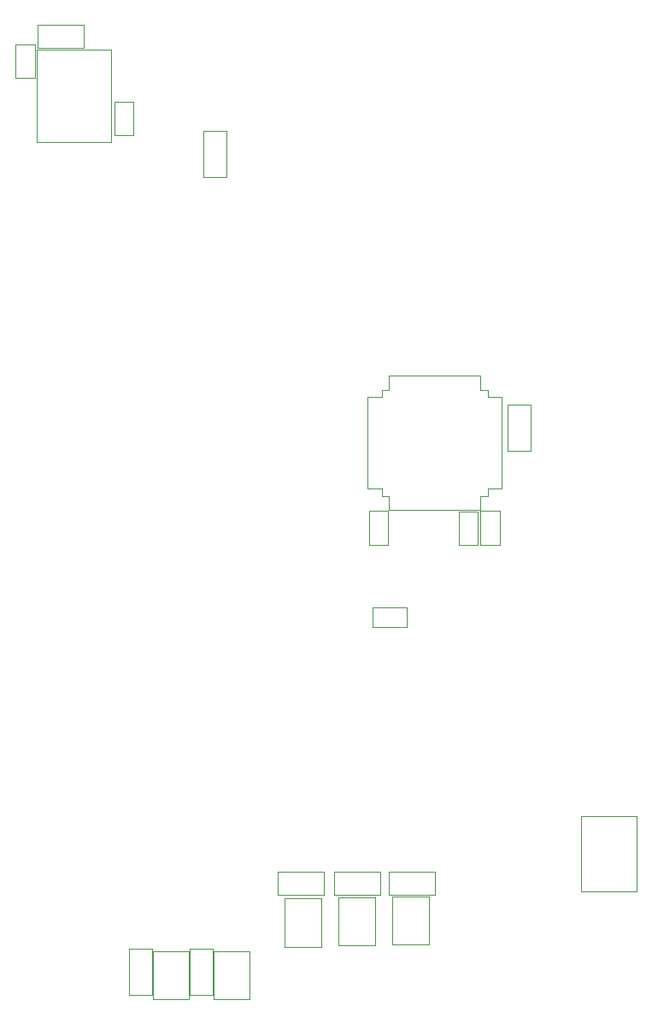
<source format=gbr>
%TF.GenerationSoftware,KiCad,Pcbnew,7.0.11-7.0.11~ubuntu22.04.1*%
%TF.CreationDate,2024-11-07T21:46:57-05:00*%
%TF.ProjectId,coleco_original,636f6c65-636f-45f6-9f72-6967696e616c,DEV*%
%TF.SameCoordinates,Original*%
%TF.FileFunction,Other,User*%
%FSLAX46Y46*%
G04 Gerber Fmt 4.6, Leading zero omitted, Abs format (unit mm)*
G04 Created by KiCad (PCBNEW 7.0.11-7.0.11~ubuntu22.04.1) date 2024-11-07 21:46:57*
%MOMM*%
%LPD*%
G01*
G04 APERTURE LIST*
%ADD10C,0.050000*%
G04 APERTURE END LIST*
D10*
%TO.C,U16*%
X85946800Y-179931600D02*
X89546800Y-179931600D01*
X85946800Y-179931600D02*
X85946800Y-184691600D01*
X89546800Y-184691600D02*
X89546800Y-179931600D01*
X89546800Y-184691600D02*
X85946800Y-184691600D01*
%TO.C,R20*%
X74279800Y-90151100D02*
X72379800Y-90151100D01*
X72379800Y-90151100D02*
X72379800Y-93511100D01*
X74279800Y-93511100D02*
X74279800Y-90151100D01*
X72379800Y-93511100D02*
X74279800Y-93511100D01*
%TO.C,U14*%
X91976800Y-179898600D02*
X95576800Y-179898600D01*
X91976800Y-179898600D02*
X91976800Y-184658600D01*
X95576800Y-184658600D02*
X95576800Y-179898600D01*
X95576800Y-184658600D02*
X91976800Y-184658600D01*
%TO.C,C22*%
X74536800Y-88244600D02*
X74536800Y-90544600D01*
X74536800Y-90544600D02*
X79136800Y-90544600D01*
X79136800Y-88244600D02*
X74536800Y-88244600D01*
X79136800Y-90544600D02*
X79136800Y-88244600D01*
%TO.C,C31*%
X102945540Y-174364600D02*
X102945540Y-172064600D01*
X102945540Y-172064600D02*
X98345540Y-172064600D01*
X98345540Y-174364600D02*
X102945540Y-174364600D01*
X98345540Y-172064600D02*
X98345540Y-174364600D01*
%TO.C,U1*%
X133874250Y-166532400D02*
X128374250Y-166532400D01*
X128374250Y-166532400D02*
X128374250Y-173982400D01*
X133874250Y-173982400D02*
X133874250Y-166532400D01*
X128374250Y-173982400D02*
X133874250Y-173982400D01*
%TO.C,C32*%
X108484540Y-174364600D02*
X108484540Y-172064600D01*
X108484540Y-172064600D02*
X103884540Y-172064600D01*
X103884540Y-174364600D02*
X108484540Y-174364600D01*
X103884540Y-172064600D02*
X103884540Y-174364600D01*
%TO.C,C34*%
X83609800Y-184277600D02*
X85909800Y-184277600D01*
X85909800Y-184277600D02*
X85909800Y-179677600D01*
X83609800Y-179677600D02*
X83609800Y-184277600D01*
X85909800Y-179677600D02*
X83609800Y-179677600D01*
%TO.C,R21*%
X84058800Y-95842600D02*
X82158800Y-95842600D01*
X82158800Y-95842600D02*
X82158800Y-99202600D01*
X84058800Y-99202600D02*
X84058800Y-95842600D01*
X82158800Y-99202600D02*
X84058800Y-99202600D01*
%TO.C,C35*%
X89578800Y-184277600D02*
X91878800Y-184277600D01*
X91878800Y-184277600D02*
X91878800Y-179677600D01*
X89578800Y-179677600D02*
X89578800Y-184277600D01*
X91878800Y-179677600D02*
X89578800Y-179677600D01*
%TO.C,U12*%
X113301540Y-179277600D02*
X109701540Y-179277600D01*
X113301540Y-179277600D02*
X113301540Y-174517600D01*
X109701540Y-174517600D02*
X109701540Y-179277600D01*
X109701540Y-174517600D02*
X113301540Y-174517600D01*
%TO.C,C17*%
X93275800Y-98700600D02*
X90975800Y-98700600D01*
X90975800Y-98700600D02*
X90975800Y-103300600D01*
X93275800Y-103300600D02*
X93275800Y-98700600D01*
X90975800Y-103300600D02*
X93275800Y-103300600D01*
%TO.C,U10*%
X81855800Y-99816600D02*
X74455800Y-99816600D01*
X81855800Y-90656600D02*
X81855800Y-99816600D01*
X74455800Y-99816600D02*
X74455800Y-90656600D01*
X74455800Y-90656600D02*
X81855800Y-90656600D01*
%TO.C,R13*%
X107717800Y-145924800D02*
X107717800Y-147824800D01*
X107717800Y-147824800D02*
X111077800Y-147824800D01*
X111077800Y-145924800D02*
X107717800Y-145924800D01*
X111077800Y-147824800D02*
X111077800Y-145924800D01*
%TO.C,U3*%
X120541900Y-134124500D02*
X120541900Y-129604500D01*
X120541900Y-125084500D02*
X120541900Y-129604500D01*
X119141900Y-134854500D02*
X119141900Y-134124500D01*
X119141900Y-134124500D02*
X120541900Y-134124500D01*
X119141900Y-125084500D02*
X120541900Y-125084500D01*
X119141900Y-124354500D02*
X119141900Y-125084500D01*
X118411900Y-136254500D02*
X118411900Y-134854500D01*
X118411900Y-134854500D02*
X119141900Y-134854500D01*
X118411900Y-124354500D02*
X119141900Y-124354500D01*
X118411900Y-122954500D02*
X118411900Y-124354500D01*
X113891900Y-136254500D02*
X118411900Y-136254500D01*
X113891900Y-136254500D02*
X109371900Y-136254500D01*
X113891900Y-122954500D02*
X118411900Y-122954500D01*
X113891900Y-122954500D02*
X109371900Y-122954500D01*
X109371900Y-136254500D02*
X109371900Y-134854500D01*
X109371900Y-134854500D02*
X108641900Y-134854500D01*
X109371900Y-124354500D02*
X108641900Y-124354500D01*
X109371900Y-122954500D02*
X109371900Y-124354500D01*
X108641900Y-134854500D02*
X108641900Y-134124500D01*
X108641900Y-134124500D02*
X107241900Y-134124500D01*
X108641900Y-125084500D02*
X107241900Y-125084500D01*
X108641900Y-124354500D02*
X108641900Y-125084500D01*
X107241900Y-134124500D02*
X107241900Y-129604500D01*
X107241900Y-125084500D02*
X107241900Y-129604500D01*
%TO.C,R9*%
X120304600Y-136369900D02*
X118404600Y-136369900D01*
X118404600Y-136369900D02*
X118404600Y-139729900D01*
X120304600Y-139729900D02*
X120304600Y-136369900D01*
X118404600Y-139729900D02*
X120304600Y-139729900D01*
%TO.C,U13*%
X107972540Y-179357600D02*
X104372540Y-179357600D01*
X107972540Y-179357600D02*
X107972540Y-174597600D01*
X104372540Y-174597600D02*
X104372540Y-179357600D01*
X104372540Y-174597600D02*
X107972540Y-174597600D01*
%TO.C,R7*%
X118171000Y-136395300D02*
X116271000Y-136395300D01*
X116271000Y-136395300D02*
X116271000Y-139755300D01*
X118171000Y-139755300D02*
X118171000Y-136395300D01*
X116271000Y-139755300D02*
X118171000Y-139755300D01*
%TO.C,U15*%
X102638540Y-179484600D02*
X99038540Y-179484600D01*
X102638540Y-179484600D02*
X102638540Y-174724600D01*
X99038540Y-174724600D02*
X99038540Y-179484600D01*
X99038540Y-174724600D02*
X102638540Y-174724600D01*
%TO.C,C9*%
X121074800Y-130393100D02*
X123374800Y-130393100D01*
X123374800Y-130393100D02*
X123374800Y-125793100D01*
X121074800Y-125793100D02*
X121074800Y-130393100D01*
X123374800Y-125793100D02*
X121074800Y-125793100D01*
%TO.C,C33*%
X113945540Y-174364600D02*
X113945540Y-172064600D01*
X113945540Y-172064600D02*
X109345540Y-172064600D01*
X109345540Y-174364600D02*
X113945540Y-174364600D01*
X109345540Y-172064600D02*
X109345540Y-174364600D01*
%TO.C,R8*%
X107381000Y-139729900D02*
X109281000Y-139729900D01*
X109281000Y-139729900D02*
X109281000Y-136369900D01*
X107381000Y-136369900D02*
X107381000Y-139729900D01*
X109281000Y-136369900D02*
X107381000Y-136369900D01*
%TD*%
M02*

</source>
